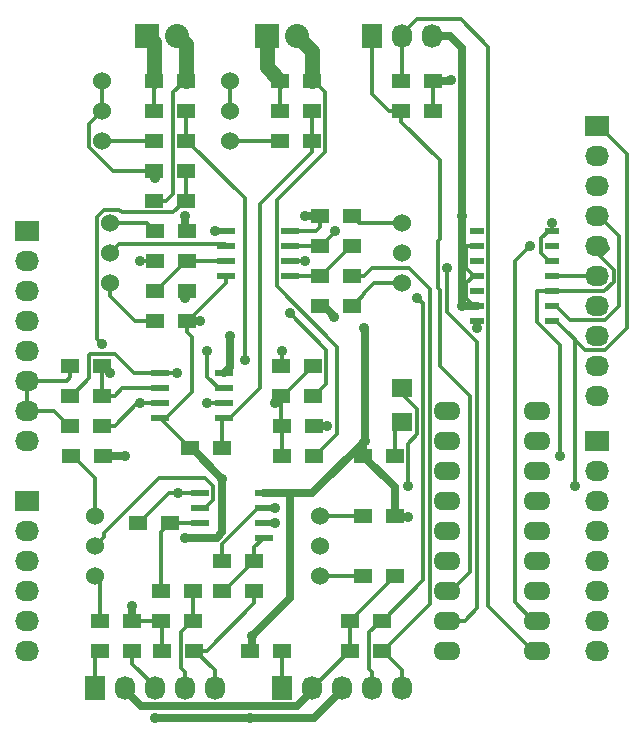
<source format=gtl>
G04 #@! TF.FileFunction,Copper,L1,Top,Signal*
%FSLAX45Y45*%
G04 Gerber Fmt 4.5, Leading zero omitted, Abs format (unit mm)*
G04 Created by KiCad (PCBNEW (2015-09-03 BZR 6154)-product) date Saturday, September 05, 2015 'PMt' 10:25:32 PM*
%MOMM*%
G01*
G04 APERTURE LIST*
%ADD10C,0.100000*%
%ADD11R,2.032000X1.727200*%
%ADD12O,2.032000X1.727200*%
%ADD13R,1.800860X1.597660*%
%ADD14R,1.727200X2.032000*%
%ADD15O,1.727200X2.032000*%
%ADD16R,1.500000X1.300000*%
%ADD17C,1.524000*%
%ADD18R,2.032000X2.032000*%
%ADD19O,2.032000X2.032000*%
%ADD20O,2.300000X1.600000*%
%ADD21R,1.550000X0.600000*%
%ADD22R,1.143000X0.508000*%
%ADD23C,0.889000*%
%ADD24C,0.304800*%
%ADD25C,0.635000*%
%ADD26C,1.270000*%
G04 APERTURE END LIST*
D10*
D11*
X18796000Y-12319000D03*
D12*
X18796000Y-12573000D03*
X18796000Y-12827000D03*
X18796000Y-13081000D03*
X18796000Y-13335000D03*
X18796000Y-13589000D03*
D13*
X21971000Y-11650472D03*
X21971000Y-11366500D03*
D11*
X23622000Y-9144000D03*
D12*
X23622000Y-9398000D03*
X23622000Y-9652000D03*
X23622000Y-9906000D03*
X23622000Y-10160000D03*
X23622000Y-10414000D03*
X23622000Y-10668000D03*
X23622000Y-10922000D03*
X23622000Y-11176000D03*
X23622000Y-11430000D03*
D11*
X23622000Y-11811000D03*
D12*
X23622000Y-12065000D03*
X23622000Y-12319000D03*
X23622000Y-12573000D03*
X23622000Y-12827000D03*
X23622000Y-13081000D03*
X23622000Y-13335000D03*
X23622000Y-13589000D03*
D14*
X19367500Y-13906500D03*
D15*
X19621500Y-13906500D03*
X19875500Y-13906500D03*
X20129500Y-13906500D03*
X20383500Y-13906500D03*
D14*
X20955000Y-13906500D03*
D15*
X21209000Y-13906500D03*
X21463000Y-13906500D03*
X21717000Y-13906500D03*
X21971000Y-13906500D03*
D14*
X21717000Y-8382000D03*
D15*
X21971000Y-8382000D03*
X22225000Y-8382000D03*
D11*
X18796000Y-10033000D03*
D12*
X18796000Y-10287000D03*
X18796000Y-10541000D03*
X18796000Y-10795000D03*
X18796000Y-11049000D03*
X18796000Y-11303000D03*
X18796000Y-11557000D03*
X18796000Y-11811000D03*
D16*
X19685000Y-13589000D03*
X19415000Y-13589000D03*
X20685000Y-13589000D03*
X20955000Y-13589000D03*
X20137500Y-8763000D03*
X19867500Y-8763000D03*
X21209000Y-8763000D03*
X20939000Y-8763000D03*
X19931000Y-13335000D03*
X20201000Y-13335000D03*
X19415000Y-13335000D03*
X19685000Y-13335000D03*
X19939000Y-13589000D03*
X20209000Y-13589000D03*
X21637500Y-12954000D03*
X21907500Y-12954000D03*
X21526500Y-13335000D03*
X21796500Y-13335000D03*
X19875500Y-10795000D03*
X20145500Y-10795000D03*
X21526500Y-13589000D03*
X21796500Y-13589000D03*
X21542500Y-10668000D03*
X21272500Y-10668000D03*
X20137500Y-9017000D03*
X19867500Y-9017000D03*
X20137500Y-9779000D03*
X19867500Y-9779000D03*
X21209000Y-9017000D03*
X20939000Y-9017000D03*
X20955000Y-11938000D03*
X21225000Y-11938000D03*
X20137500Y-9271000D03*
X19867500Y-9271000D03*
X19161000Y-11684000D03*
X19431000Y-11684000D03*
X21209000Y-9271000D03*
X20939000Y-9271000D03*
X20177000Y-11874500D03*
X20447000Y-11874500D03*
X19931000Y-13081000D03*
X20201000Y-13081000D03*
X20447000Y-13081000D03*
X20717000Y-13081000D03*
X19875500Y-10541000D03*
X20145500Y-10541000D03*
X21272500Y-10414000D03*
X21542500Y-10414000D03*
X19169000Y-11938000D03*
X19439000Y-11938000D03*
X21637500Y-12446000D03*
X21907500Y-12446000D03*
X19875500Y-10033000D03*
X20145500Y-10033000D03*
X21542500Y-9906000D03*
X21272500Y-9906000D03*
X20137500Y-9525000D03*
X19867500Y-9525000D03*
X19161000Y-11176000D03*
X19431000Y-11176000D03*
X20955000Y-11684000D03*
X21225000Y-11684000D03*
X21217000Y-11430000D03*
X20947000Y-11430000D03*
X19732500Y-12509500D03*
X20002500Y-12509500D03*
X20447000Y-12827000D03*
X20717000Y-12827000D03*
X19875500Y-10287000D03*
X20145500Y-10287000D03*
X21272500Y-10160000D03*
X21542500Y-10160000D03*
X19161000Y-11430000D03*
X19431000Y-11430000D03*
X20947000Y-11176000D03*
X21217000Y-11176000D03*
X21637500Y-11938000D03*
X21907500Y-11938000D03*
X22233000Y-8763000D03*
X21963000Y-8763000D03*
X22233000Y-9017000D03*
X21963000Y-9017000D03*
D17*
X19431000Y-9017000D03*
X19431000Y-9271000D03*
X19431000Y-8763000D03*
X20510500Y-9017000D03*
X20510500Y-9271000D03*
X20510500Y-8763000D03*
X19367500Y-12700000D03*
X19367500Y-12446000D03*
X19367500Y-12954000D03*
X21272500Y-12700000D03*
X21272500Y-12446000D03*
X21272500Y-12954000D03*
X19494500Y-10223500D03*
X19494500Y-9969500D03*
X19494500Y-10477500D03*
X21971000Y-10223500D03*
X21971000Y-9969500D03*
X21971000Y-10477500D03*
D18*
X19812000Y-8382000D03*
D19*
X20066000Y-8382000D03*
D18*
X20828000Y-8382000D03*
D19*
X21082000Y-8382000D03*
D20*
X22352000Y-11557000D03*
X22352000Y-11811000D03*
X22352000Y-12065000D03*
X22352000Y-12319000D03*
X22352000Y-12573000D03*
X22352000Y-12827000D03*
X22352000Y-13081000D03*
X22352000Y-13335000D03*
X22352000Y-13589000D03*
X23114000Y-13589000D03*
X23114000Y-13335000D03*
X23114000Y-13081000D03*
X23114000Y-12827000D03*
X23114000Y-12573000D03*
X23114000Y-12319000D03*
X23114000Y-12065000D03*
X23114000Y-11811000D03*
X23114000Y-11557000D03*
D21*
X19923000Y-11239500D03*
X19923000Y-11366500D03*
X19923000Y-11493500D03*
X19923000Y-11620500D03*
X20463000Y-11620500D03*
X20463000Y-11493500D03*
X20463000Y-11366500D03*
X20463000Y-11239500D03*
X20256500Y-12255500D03*
X20256500Y-12382500D03*
X20256500Y-12509500D03*
X20256500Y-12636500D03*
X20796500Y-12636500D03*
X20796500Y-12509500D03*
X20796500Y-12382500D03*
X20796500Y-12255500D03*
X20478500Y-10033000D03*
X20478500Y-10160000D03*
X20478500Y-10287000D03*
X20478500Y-10414000D03*
X21018500Y-10414000D03*
X21018500Y-10287000D03*
X21018500Y-10160000D03*
X21018500Y-10033000D03*
D22*
X23241000Y-10795000D03*
X23241000Y-10668000D03*
X23241000Y-10541000D03*
X23241000Y-10414000D03*
X23241000Y-10287000D03*
X23241000Y-10160000D03*
X23241000Y-10033000D03*
X22606000Y-10033000D03*
X22606000Y-10160000D03*
X22606000Y-10414000D03*
X22606000Y-10541000D03*
X22606000Y-10668000D03*
X22606000Y-10795000D03*
X22606000Y-10287000D03*
D23*
X22018308Y-12192000D03*
X23431500Y-12192000D03*
X23304500Y-11938000D03*
X21018500Y-10731500D03*
X21393115Y-10762298D03*
X20447000Y-12134500D03*
X22479000Y-9907890D03*
X23241000Y-9969500D03*
X22479000Y-10668000D03*
X20256500Y-10795000D03*
X20129500Y-12636500D03*
X19685000Y-13208000D03*
X22018308Y-12459505D03*
X20701000Y-13462000D03*
X20683290Y-14160500D03*
X21642535Y-10858500D03*
X21336000Y-11684000D03*
X21653500Y-11811000D03*
X19621500Y-11938000D03*
X19875500Y-9588500D03*
X20510500Y-10922000D03*
X22606000Y-10858500D03*
X22382798Y-8756615D03*
X20129500Y-9908450D03*
X21145500Y-9906000D03*
X19875500Y-14160500D03*
X22098000Y-10604500D03*
X20129500Y-10604500D03*
X20637500Y-11128692D03*
X19748500Y-11493500D03*
X19428803Y-10996070D03*
X19494500Y-11239500D03*
X20891500Y-11493500D03*
X20320000Y-11493500D03*
X20069099Y-12255500D03*
X20891500Y-12382500D03*
X22352000Y-10350501D03*
X19748500Y-10287000D03*
X20383500Y-10033000D03*
X21399500Y-10032997D03*
X23050500Y-10160000D03*
X20066000Y-11239500D03*
X20320000Y-11049000D03*
X20955000Y-11049000D03*
X20891500Y-12509500D03*
X21145500Y-10287000D03*
D24*
X21907500Y-11938000D02*
X21907500Y-11713972D01*
X21907500Y-11713972D02*
X21971000Y-11650472D01*
X21971000Y-11366500D02*
X21971000Y-11417114D01*
X22096283Y-11542397D02*
X22096283Y-11758547D01*
X22096283Y-11758547D02*
X22018308Y-11836522D01*
X21971000Y-11417114D02*
X22096283Y-11542397D01*
X22018308Y-12129138D02*
X22018308Y-12192000D01*
X22018308Y-11836522D02*
X22018308Y-12129138D01*
X23431500Y-12129138D02*
X23431500Y-12192000D01*
X23358206Y-10880457D02*
X23431500Y-10953750D01*
X23431500Y-10953750D02*
X23431500Y-12129138D01*
X23272750Y-10795000D02*
X23358206Y-10880457D01*
X23358206Y-10880457D02*
X23521351Y-11043601D01*
X23241000Y-10795000D02*
X23272750Y-10795000D01*
X23876000Y-9382760D02*
X23637240Y-9144000D01*
X23637240Y-9144000D02*
X23622000Y-9144000D01*
X23521351Y-11043601D02*
X23687609Y-11043601D01*
X23687609Y-11043601D02*
X23876000Y-10855210D01*
X23876000Y-10855210D02*
X23876000Y-9382760D01*
X23809322Y-10078082D02*
X23637240Y-9906000D01*
X23241000Y-10668000D02*
X23272750Y-10668000D01*
X23272750Y-10668000D02*
X23394351Y-10789601D01*
X23809322Y-10667887D02*
X23809322Y-10078082D01*
X23394351Y-10789601D02*
X23687609Y-10789601D01*
X23637240Y-9906000D02*
X23622000Y-9906000D01*
X23687609Y-10789601D02*
X23809322Y-10667887D01*
X23110122Y-10541000D02*
X23241000Y-10541000D01*
X23304500Y-11938000D02*
X23304500Y-11004482D01*
X23304500Y-11004482D02*
X23110122Y-10810104D01*
X23110122Y-10810104D02*
X23110122Y-10541000D01*
X23758841Y-10464369D02*
X23758841Y-10363631D01*
X23682210Y-10541000D02*
X23758841Y-10464369D01*
X23241000Y-10541000D02*
X23682210Y-10541000D01*
X23622000Y-10226790D02*
X23622000Y-10160000D01*
X23758841Y-10363631D02*
X23622000Y-10226790D01*
X23241000Y-10541000D02*
X23209250Y-10541000D01*
X23708360Y-10189459D02*
X23666699Y-10231120D01*
X23666699Y-10231120D02*
X23622000Y-10231120D01*
X23708360Y-10179570D02*
X23708360Y-10189459D01*
X23622000Y-10231120D02*
X23622000Y-10160000D01*
X23241000Y-10414000D02*
X23622000Y-10414000D01*
X19367500Y-13906500D02*
X19367500Y-13636500D01*
X19367500Y-13636500D02*
X19415000Y-13589000D01*
X21227000Y-11430000D02*
X21327240Y-11329760D01*
X21327240Y-11329760D02*
X21327240Y-11040240D01*
X21327240Y-11040240D02*
X21018500Y-10731500D01*
D25*
X21272500Y-10668000D02*
X21298817Y-10668000D01*
X21298817Y-10668000D02*
X21348665Y-10717848D01*
X21348665Y-10717848D02*
X21393115Y-10762298D01*
D24*
X21217000Y-11430000D02*
X21227000Y-11430000D01*
D25*
X22479000Y-10668000D02*
X22479000Y-9907890D01*
X22479000Y-9907890D02*
X22479000Y-8486140D01*
D24*
X23241000Y-10033000D02*
X23241000Y-9969500D01*
D25*
X22374860Y-8382000D02*
X22225000Y-8382000D01*
X22479000Y-8486140D02*
X22374860Y-8382000D01*
X22479000Y-10668000D02*
X22606000Y-10668000D01*
X20145500Y-10795000D02*
X20256500Y-10795000D01*
D24*
X20193000Y-10937980D02*
X20193000Y-11398000D01*
X19970500Y-11620500D02*
X19923000Y-11620500D01*
X20193000Y-11398000D02*
X19970500Y-11620500D01*
X20145500Y-10795000D02*
X20145500Y-10890480D01*
X20145500Y-10890480D02*
X20193000Y-10937980D01*
D25*
X20447000Y-12587000D02*
X20447000Y-12134500D01*
X20447000Y-12134500D02*
X20187000Y-11874500D01*
X20187000Y-11874500D02*
X20177000Y-11874500D01*
X20256500Y-12636500D02*
X20397500Y-12636500D01*
X20397500Y-12636500D02*
X20447000Y-12587000D01*
X20129500Y-12636500D02*
X20256500Y-12636500D01*
D24*
X18796000Y-11557000D02*
X18796000Y-11303000D01*
X19024000Y-11557000D02*
X18796000Y-11557000D01*
X19161000Y-11684000D02*
X19151000Y-11684000D01*
X19151000Y-11684000D02*
X19024000Y-11557000D01*
X22574250Y-10414000D02*
X22513610Y-10353360D01*
X22513610Y-10353360D02*
X22513610Y-10164760D01*
X22513610Y-10164760D02*
X22518370Y-10160000D01*
X22518370Y-10160000D02*
X22606000Y-10160000D01*
X22606000Y-10668000D02*
X22574250Y-10668000D01*
X22574250Y-10668000D02*
X22513610Y-10607360D01*
X22574250Y-10414000D02*
X22606000Y-10414000D01*
X22513610Y-10607360D02*
X22513610Y-10474640D01*
X22513610Y-10474640D02*
X22574250Y-10414000D01*
X21526500Y-13335000D02*
X21907500Y-12954000D01*
D25*
X19685000Y-13208000D02*
X19685000Y-13335000D01*
X19621500Y-13906500D02*
X19621500Y-13921740D01*
X19759610Y-14059850D02*
X21082760Y-14059850D01*
X19621500Y-13921740D02*
X19759610Y-14059850D01*
X21082760Y-14059850D02*
X21209000Y-13933610D01*
X21209000Y-13933610D02*
X21209000Y-13906500D01*
D24*
X19939000Y-13589000D02*
X19939000Y-13343000D01*
X19939000Y-13343000D02*
X19931000Y-13335000D01*
X19685000Y-13335000D02*
X19931000Y-13335000D01*
X21526500Y-13589000D02*
X21526500Y-13335000D01*
X21209000Y-13906500D02*
X21526500Y-13589000D01*
X19923000Y-11620500D02*
X20177000Y-11874500D01*
X18796000Y-11303000D02*
X19129480Y-11303000D01*
X19129480Y-11303000D02*
X19161000Y-11271480D01*
X19161000Y-11271480D02*
X19161000Y-11176000D01*
X20145500Y-10795000D02*
X20157980Y-10795000D01*
X20157980Y-10795000D02*
X20478500Y-10474480D01*
X20478500Y-10474480D02*
X20478500Y-10414000D01*
X23241000Y-10033000D02*
X23209250Y-10033000D01*
X23209250Y-10033000D02*
X23148610Y-10093640D01*
X23148610Y-10226360D02*
X23209250Y-10287000D01*
X23209250Y-10287000D02*
X23241000Y-10287000D01*
X23148610Y-10093640D02*
X23148610Y-10226360D01*
D25*
X21907500Y-12446000D02*
X21907500Y-12208000D01*
X21907500Y-12208000D02*
X21637500Y-11938000D01*
D24*
X22018308Y-12451328D02*
X22018308Y-12459505D01*
X22012980Y-12446000D02*
X22018308Y-12451328D01*
X21907500Y-12446000D02*
X22012980Y-12446000D01*
D25*
X21653500Y-11811000D02*
X21209000Y-12255500D01*
X21209000Y-12255500D02*
X21018500Y-12255500D01*
X20701000Y-13462000D02*
X21018500Y-13144500D01*
X21018500Y-13144500D02*
X21018500Y-12255500D01*
X21018500Y-12255500D02*
X20796500Y-12255500D01*
X20701000Y-13462000D02*
X20701000Y-13573000D01*
X20701000Y-13573000D02*
X20685000Y-13589000D01*
X20683290Y-14160500D02*
X19875500Y-14160500D01*
X21224240Y-14160500D02*
X20683290Y-14160500D01*
X21653500Y-11811000D02*
X21653500Y-10869466D01*
X21653500Y-10869466D02*
X21642535Y-10858500D01*
X21336000Y-11684000D02*
X21225000Y-11684000D01*
X21637500Y-11938000D02*
X21637500Y-11827000D01*
X21637500Y-11827000D02*
X21653500Y-11811000D01*
X19439000Y-11938000D02*
X19621500Y-11938000D01*
X19875500Y-9588500D02*
X19875500Y-9533000D01*
X19875500Y-9533000D02*
X19867500Y-9525000D01*
X20510500Y-10922000D02*
X20510500Y-11192000D01*
X20510500Y-11192000D02*
X20463000Y-11239500D01*
D24*
X22606000Y-10795000D02*
X22606000Y-10858500D01*
D25*
X22376413Y-8763000D02*
X22382798Y-8756615D01*
X22233000Y-8763000D02*
X22376413Y-8763000D01*
X20129500Y-9908450D02*
X20129500Y-10017000D01*
X20129500Y-10017000D02*
X20145500Y-10033000D01*
X21272500Y-9906000D02*
X21145500Y-9906000D01*
X21463000Y-13906500D02*
X21463000Y-13921740D01*
X21463000Y-13921740D02*
X21224240Y-14160500D01*
D24*
X22233000Y-9017000D02*
X22171500Y-9017000D01*
X21282500Y-9906000D02*
X21272500Y-9906000D01*
X19867500Y-9525000D02*
X19520069Y-9525000D01*
X19520069Y-9525000D02*
X19319560Y-9324491D01*
X19319560Y-9324491D02*
X19319560Y-9128440D01*
X19319560Y-9128440D02*
X19354800Y-9093200D01*
X19354800Y-9093200D02*
X19431000Y-9017000D01*
X19875500Y-13906500D02*
X19875500Y-13891260D01*
X19875500Y-13891260D02*
X19685000Y-13700760D01*
X19685000Y-13700760D02*
X19685000Y-13684480D01*
X19685000Y-13684480D02*
X19685000Y-13589000D01*
X21018500Y-10033000D02*
X21240980Y-10033000D01*
X21240980Y-10033000D02*
X21272500Y-10001480D01*
X21272500Y-10001480D02*
X21272500Y-9906000D01*
X22233000Y-9017000D02*
X22233000Y-8763000D01*
X19431000Y-8763000D02*
X19431000Y-9017000D01*
X20510500Y-8763000D02*
X20510500Y-9017000D01*
X20201000Y-13335000D02*
X20201000Y-13081000D01*
X20129500Y-13906500D02*
X20129500Y-13774420D01*
X20129500Y-13774420D02*
X20095520Y-13740440D01*
X20095520Y-13740440D02*
X20095520Y-13430480D01*
X20095520Y-13430480D02*
X20191000Y-13335000D01*
X20191000Y-13335000D02*
X20201000Y-13335000D01*
X20209000Y-13589000D02*
X20314480Y-13589000D01*
X20314480Y-13589000D02*
X20717000Y-13186480D01*
X20717000Y-13186480D02*
X20717000Y-13176480D01*
X20717000Y-13176480D02*
X20717000Y-13081000D01*
X20383500Y-13906500D02*
X20383500Y-13753500D01*
X20383500Y-13753500D02*
X20219000Y-13589000D01*
X20219000Y-13589000D02*
X20209000Y-13589000D01*
X20955000Y-13906500D02*
X20955000Y-13589000D01*
X22142450Y-10648950D02*
X22098000Y-10604500D01*
X22146764Y-10653264D02*
X22142450Y-10648950D01*
X22146764Y-12994736D02*
X22146764Y-10653264D01*
X21806500Y-13335000D02*
X22146764Y-12994736D01*
X21796500Y-13335000D02*
X21806500Y-13335000D01*
X20129500Y-10604500D02*
X20129500Y-10557000D01*
X20129500Y-10557000D02*
X20145500Y-10541000D01*
X21717000Y-13906500D02*
X21717000Y-13774420D01*
X21717000Y-13774420D02*
X21686260Y-13743680D01*
X21786500Y-13335000D02*
X21796500Y-13335000D01*
X21686260Y-13743680D02*
X21686260Y-13435240D01*
X21686260Y-13435240D02*
X21786500Y-13335000D01*
X21711480Y-10350500D02*
X22025442Y-10350500D01*
X22025442Y-10350500D02*
X22201759Y-10526817D01*
X22201759Y-10526817D02*
X22201759Y-13193741D01*
X22201759Y-13193741D02*
X21806500Y-13589000D01*
X21647980Y-10414000D02*
X21711480Y-10350500D01*
X21542500Y-10414000D02*
X21647980Y-10414000D01*
X21796500Y-13589000D02*
X21806500Y-13589000D01*
X21971000Y-13906500D02*
X21971000Y-13753500D01*
X21971000Y-13753500D02*
X21806500Y-13589000D01*
X22387000Y-13081000D02*
X22352000Y-13081000D01*
X22542500Y-12925500D02*
X22387000Y-13081000D01*
X22542500Y-11433100D02*
X22542500Y-12925500D01*
X22414576Y-11305177D02*
X22542500Y-11433100D01*
X22272310Y-10515751D02*
X22288500Y-10531942D01*
X22272310Y-10121749D02*
X22272310Y-10515751D01*
X22288500Y-10531942D02*
X22288500Y-11176924D01*
X22288500Y-11176924D02*
X22414576Y-11303000D01*
X22414576Y-11303000D02*
X22414576Y-11305177D01*
X21963000Y-9017000D02*
X21963000Y-9112480D01*
X21963000Y-9112480D02*
X22288500Y-9437980D01*
X22288500Y-9437980D02*
X22288500Y-10105559D01*
X22288500Y-10105559D02*
X22272310Y-10121749D01*
X21963000Y-9017000D02*
X21857520Y-9017000D01*
X21857520Y-9017000D02*
X21717000Y-8876480D01*
X21717000Y-8876480D02*
X21717000Y-8514080D01*
X21717000Y-8514080D02*
X21717000Y-8382000D01*
X22698390Y-8474390D02*
X22469159Y-8245159D01*
X22092601Y-8245159D02*
X21971000Y-8366760D01*
X22469159Y-8245159D02*
X22092601Y-8245159D01*
X21971000Y-8366760D02*
X21971000Y-8382000D01*
X23114000Y-13589000D02*
X23079000Y-13589000D01*
X22698390Y-13208390D02*
X22698390Y-8474390D01*
X23079000Y-13589000D02*
X22698390Y-13208390D01*
X21971000Y-8382000D02*
X21971000Y-8755000D01*
X21971000Y-8755000D02*
X21963000Y-8763000D01*
D26*
X20137500Y-8763000D02*
X20137500Y-8453500D01*
X20137500Y-8453500D02*
X20066000Y-8382000D01*
D24*
X19867500Y-9779000D02*
X19972980Y-9779000D01*
X19972980Y-9779000D02*
X20027260Y-9724720D01*
X20027260Y-9724720D02*
X20027260Y-8863240D01*
X20027260Y-8863240D02*
X20127500Y-8763000D01*
X20127500Y-8763000D02*
X20137500Y-8763000D01*
D26*
X19867500Y-8763000D02*
X19867500Y-8437500D01*
X19867500Y-8437500D02*
X19812000Y-8382000D01*
D24*
X19867500Y-8763000D02*
X19867500Y-9017000D01*
D26*
X21209000Y-8763000D02*
X21209000Y-8509000D01*
X21209000Y-8509000D02*
X21082000Y-8382000D01*
D24*
X21219000Y-8763000D02*
X21209000Y-8763000D01*
X21319240Y-8863240D02*
X21219000Y-8763000D01*
X21319240Y-9364192D02*
X21319240Y-8863240D01*
X21415690Y-11014622D02*
X20905760Y-10504692D01*
X21415690Y-11757310D02*
X21415690Y-11014622D01*
X21225000Y-11938000D02*
X21235000Y-11938000D01*
X20905760Y-9777672D02*
X21319240Y-9364192D01*
X20905760Y-10504692D02*
X20905760Y-9777672D01*
X21235000Y-11938000D02*
X21415690Y-11757310D01*
D26*
X20939000Y-8763000D02*
X20828000Y-8652000D01*
X20828000Y-8652000D02*
X20828000Y-8382000D01*
D24*
X20939000Y-8763000D02*
X20939000Y-9017000D01*
X19415000Y-13335000D02*
X19415000Y-13001500D01*
X19415000Y-13001500D02*
X19367500Y-12954000D01*
X21637500Y-12954000D02*
X21272500Y-12954000D01*
X19494500Y-10477500D02*
X19494500Y-10585263D01*
X19704237Y-10795000D02*
X19770020Y-10795000D01*
X19494500Y-10585263D02*
X19704237Y-10795000D01*
X19770020Y-10795000D02*
X19875500Y-10795000D01*
X21971000Y-10477500D02*
X21733000Y-10477500D01*
X21733000Y-10477500D02*
X21647980Y-10562520D01*
X21647980Y-10562520D02*
X21647980Y-10572520D01*
X21647980Y-10572520D02*
X21552500Y-10668000D01*
X21552500Y-10668000D02*
X21542500Y-10668000D01*
X20147500Y-9271000D02*
X20637500Y-9761000D01*
X20637500Y-9761000D02*
X20637500Y-11065830D01*
X20137500Y-9271000D02*
X20147500Y-9271000D01*
X20637500Y-11065830D02*
X20637500Y-11128692D01*
X19431000Y-11684000D02*
X19536480Y-11684000D01*
X19726980Y-11493500D02*
X19815020Y-11493500D01*
X19536480Y-11684000D02*
X19726980Y-11493500D01*
X19815020Y-11493500D02*
X19923000Y-11493500D01*
X20137500Y-9017000D02*
X20137500Y-9271000D01*
X19384354Y-10951620D02*
X19428803Y-10996070D01*
X19441009Y-9858060D02*
X19383060Y-9916009D01*
X19573560Y-9858060D02*
X19441009Y-9858060D01*
X19594740Y-9879240D02*
X19573560Y-9858060D01*
X20027260Y-9879240D02*
X19594740Y-9879240D01*
X20127500Y-9779000D02*
X20027260Y-9879240D01*
X20137500Y-9779000D02*
X20127500Y-9779000D01*
X19383060Y-10950326D02*
X19384354Y-10951620D01*
X19383060Y-9916009D02*
X19383060Y-10950326D01*
X19494500Y-11239500D02*
X19431000Y-11176000D01*
X20137500Y-9779000D02*
X20137500Y-9525000D01*
X19431000Y-11430000D02*
X19536480Y-11430000D01*
X19536480Y-11430000D02*
X19599980Y-11366500D01*
X19599980Y-11366500D02*
X19815020Y-11366500D01*
X19815020Y-11366500D02*
X19923000Y-11366500D01*
X19431000Y-11176000D02*
X19431000Y-11430000D01*
X20463000Y-11620500D02*
X20510500Y-11620500D01*
X20510500Y-11620500D02*
X20764500Y-11366500D01*
X20764500Y-11366500D02*
X20764500Y-9810980D01*
X20764500Y-9810980D02*
X21209000Y-9366480D01*
X21209000Y-9366480D02*
X21209000Y-9271000D01*
X21209000Y-9271000D02*
X21209000Y-9017000D01*
X20447000Y-11874500D02*
X20447000Y-11636500D01*
X20447000Y-11636500D02*
X20463000Y-11620500D01*
X20947000Y-11430000D02*
X20947000Y-11438000D01*
X20947000Y-11438000D02*
X20891500Y-11493500D01*
X20463000Y-11493500D02*
X20320000Y-11493500D01*
X20955000Y-11938000D02*
X20955000Y-11684000D01*
X20947000Y-11430000D02*
X20957000Y-11430000D01*
X20957000Y-11430000D02*
X21211000Y-11176000D01*
X21211000Y-11176000D02*
X21217000Y-11176000D01*
X20947000Y-11430000D02*
X20947000Y-11676000D01*
X20947000Y-11676000D02*
X20955000Y-11684000D01*
X20883500Y-11493500D02*
X20947000Y-11430000D01*
X19431000Y-9271000D02*
X19867500Y-9271000D01*
X20939000Y-9271000D02*
X20510500Y-9271000D01*
X20002500Y-12509500D02*
X20256500Y-12509500D01*
X19931000Y-13081000D02*
X19931000Y-12581000D01*
X19931000Y-12581000D02*
X20002500Y-12509500D01*
X20717000Y-12827000D02*
X20717000Y-12716000D01*
X20717000Y-12716000D02*
X20796500Y-12636500D01*
X20447000Y-13081000D02*
X20457000Y-13081000D01*
X20457000Y-13081000D02*
X20711000Y-12827000D01*
X20711000Y-12827000D02*
X20717000Y-12827000D01*
X20145500Y-10287000D02*
X20478500Y-10287000D01*
X19875500Y-10541000D02*
X19885500Y-10541000D01*
X19885500Y-10541000D02*
X20139500Y-10287000D01*
X20139500Y-10287000D02*
X20145500Y-10287000D01*
X21542500Y-10160000D02*
X21532500Y-10160000D01*
X21532500Y-10160000D02*
X21278500Y-10414000D01*
X21278500Y-10414000D02*
X21272500Y-10414000D01*
X21542500Y-10160000D02*
X21542500Y-10178634D01*
X21542500Y-10178634D02*
X21538136Y-10182998D01*
X21272500Y-10414000D02*
X21018500Y-10414000D01*
X19367500Y-12446000D02*
X19367500Y-12126500D01*
X19367500Y-12126500D02*
X19179000Y-11938000D01*
X19179000Y-11938000D02*
X19169000Y-11938000D01*
X21637500Y-12446000D02*
X21532020Y-12446000D01*
X21532020Y-12446000D02*
X21272500Y-12446000D01*
X19494500Y-9969500D02*
X19812000Y-9969500D01*
X19812000Y-9969500D02*
X19875500Y-10033000D01*
X21971000Y-9969500D02*
X21606000Y-9969500D01*
X21606000Y-9969500D02*
X21542500Y-9906000D01*
X19732500Y-12509500D02*
X19742500Y-12509500D01*
X19742500Y-12509500D02*
X19996500Y-12255500D01*
X19996500Y-12255500D02*
X20148520Y-12255500D01*
X20148520Y-12255500D02*
X20256500Y-12255500D01*
X20796500Y-12382500D02*
X20891500Y-12382500D01*
X20447000Y-12827000D02*
X20447000Y-12684500D01*
X20447000Y-12684500D02*
X20749000Y-12382500D01*
X20749000Y-12382500D02*
X20796500Y-12382500D01*
X22352000Y-10722441D02*
X22352000Y-10413362D01*
X22352000Y-10413362D02*
X22352000Y-10350501D01*
X22606000Y-10976441D02*
X22352000Y-10722441D01*
X22606000Y-13116000D02*
X22606000Y-10976441D01*
X22352000Y-13335000D02*
X22387000Y-13335000D01*
X22606000Y-12382500D02*
X22606000Y-10976441D01*
X22606000Y-10976441D02*
X22399310Y-10769751D01*
X22606000Y-13226480D02*
X22606000Y-12382500D01*
X22352000Y-13335000D02*
X22497480Y-13335000D01*
X22497480Y-13335000D02*
X22606000Y-13226480D01*
X19748500Y-10287000D02*
X19875500Y-10287000D01*
X20478500Y-10033000D02*
X20383500Y-10033000D01*
X21282500Y-10160000D02*
X21399500Y-10043000D01*
X21272500Y-10160000D02*
X21282500Y-10160000D01*
X21399500Y-10043000D02*
X21399500Y-10032997D01*
X22923500Y-13179500D02*
X22923500Y-10287000D01*
X22923500Y-10287000D02*
X23050500Y-10160000D01*
X23114000Y-13335000D02*
X23079000Y-13335000D01*
X23079000Y-13335000D02*
X22923500Y-13179500D01*
X21018500Y-10160000D02*
X21272500Y-10160000D01*
X19923000Y-11239500D02*
X19697932Y-11239500D01*
X19697932Y-11239500D02*
X19534192Y-11075760D01*
X19534192Y-11075760D02*
X19327808Y-11075760D01*
X19327808Y-11075760D02*
X19320760Y-11082808D01*
X19320760Y-11082808D02*
X19320760Y-11280240D01*
X19320760Y-11280240D02*
X19171000Y-11430000D01*
X19171000Y-11430000D02*
X19161000Y-11430000D01*
X20066000Y-11239500D02*
X19923000Y-11239500D01*
X20320000Y-11049000D02*
X20320000Y-11271000D01*
X20320000Y-11271000D02*
X20415500Y-11366500D01*
X20415500Y-11366500D02*
X20463000Y-11366500D01*
X20955000Y-11049000D02*
X20955000Y-11168000D01*
X20955000Y-11168000D02*
X20947000Y-11176000D01*
X20300432Y-12128500D02*
X19910068Y-12128500D01*
X19910068Y-12128500D02*
X19443700Y-12594868D01*
X19443700Y-12594868D02*
X19443700Y-12623800D01*
X19443700Y-12623800D02*
X19367500Y-12700000D01*
X20256500Y-12382500D02*
X20304000Y-12382500D01*
X20304000Y-12382500D02*
X20369240Y-12317260D01*
X20369240Y-12317260D02*
X20369240Y-12197308D01*
X20369240Y-12197308D02*
X20300432Y-12128500D01*
X20796500Y-12509500D02*
X20891500Y-12509500D01*
X19494500Y-10223500D02*
X19570700Y-10147300D01*
X19570700Y-10147300D02*
X20465800Y-10147300D01*
X20465800Y-10147300D02*
X20478500Y-10160000D01*
X21018500Y-10287000D02*
X21145500Y-10287000D01*
M02*

</source>
